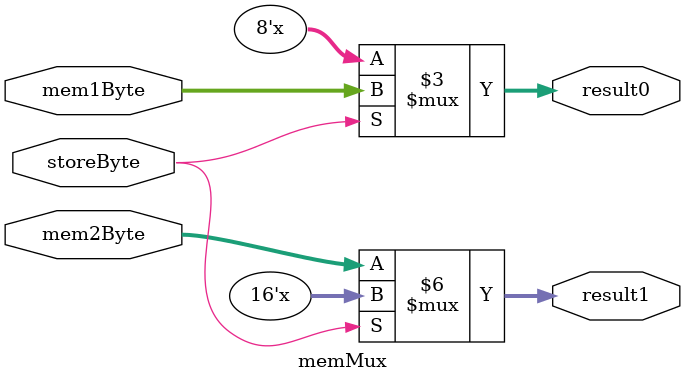
<source format=v>
module memMux(
    input [7:0] mem1Byte,
    input [15:0] mem2Byte,
    input storeByte,
    output reg [7:0] result0,
    output reg [15:0] result1
);

always@(*) begin
    if (storeByte) begin
        result0 = mem1Byte;     // 8 bits
    end
    else begin
        result1 = mem2Byte;     // 16 bits
    end
end

endmodule
</source>
